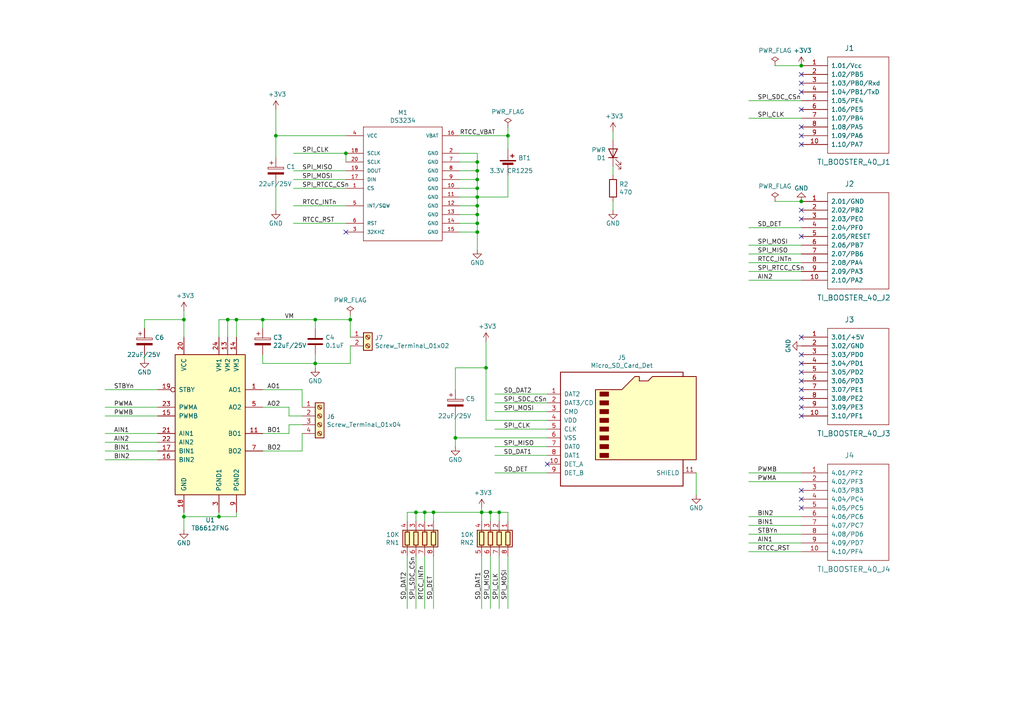
<source format=kicad_sch>
(kicad_sch (version 20230121) (generator eeschema)
  (paper "A4")
  (title_block (date "19 oct 2012"))
  (lib_symbols
    (symbol "Connector:Screw_Terminal_01x02" (pin_names (offset 1.016) hide)
      (property "Reference" "J" (at 0 2.54 0))
      (property "Value" "Screw_Terminal_01x02" (at 0 -5.08 0))
      (symbol "Screw_Terminal_01x02_1_1"
        (rectangle (start -1.27 1.27) (end 1.27 -3.81) (stroke (width 0.254)) (fill (type background)))
        (circle (center 0 -2.54) (radius 0.635) (stroke (width 0.1524)))
        (polyline (pts (xy -0.5334 -2.2098) (xy 0.3302 -3.048)) (stroke (width 0.1524)))
        (polyline (pts (xy -0.5334 0.3302) (xy 0.3302 -0.508)) (stroke (width 0.1524)))
        (polyline (pts (xy -0.3556 -2.032) (xy 0.508 -2.8702)) (stroke (width 0.1524)))
        (polyline (pts (xy -0.3556 0.508) (xy 0.508 -0.3302)) (stroke (width 0.1524)))
        (circle (center 0 0) (radius 0.635) (stroke (width 0.1524)))
        (pin passive line (at -5.08 0 0) (length 3.81) (name "Pin_1") (number "1"))
        (pin passive line (at -5.08 -2.54 0) (length 3.81) (name "Pin_2") (number "2"))
      )
    )
    (symbol "Connector:Screw_Terminal_01x04" (pin_names (offset 1.016) hide)
      (property "Reference" "J" (at 0 5.08 0))
      (property "Value" "Screw_Terminal_01x04" (at 0 -7.62 0))
      (symbol "Screw_Terminal_01x04_1_1"
        (rectangle (start -1.27 3.81) (end 1.27 -6.35) (stroke (width 0.254)) (fill (type background)))
        (circle (center 0 -5.08) (radius 0.635) (stroke (width 0.1524)))
        (circle (center 0 -2.54) (radius 0.635) (stroke (width 0.1524)))
        (polyline (pts (xy -0.5334 -4.7498) (xy 0.3302 -5.588)) (stroke (width 0.1524)))
        (polyline (pts (xy -0.5334 -2.2098) (xy 0.3302 -3.048)) (stroke (width 0.1524)))
        (polyline (pts (xy -0.5334 0.3302) (xy 0.3302 -0.508)) (stroke (width 0.1524)))
        (polyline (pts (xy -0.5334 2.8702) (xy 0.3302 2.032)) (stroke (width 0.1524)))
        (polyline (pts (xy -0.3556 -4.572) (xy 0.508 -5.4102)) (stroke (width 0.1524)))
        (polyline (pts (xy -0.3556 -2.032) (xy 0.508 -2.8702)) (stroke (width 0.1524)))
        (polyline (pts (xy -0.3556 0.508) (xy 0.508 -0.3302)) (stroke (width 0.1524)))
        (polyline (pts (xy -0.3556 3.048) (xy 0.508 2.2098)) (stroke (width 0.1524)))
        (circle (center 0 0) (radius 0.635) (stroke (width 0.1524)))
        (circle (center 0 2.54) (radius 0.635) (stroke (width 0.1524)))
        (pin passive line (at -5.08 2.54 0) (length 3.81) (name "Pin_1") (number "1"))
        (pin passive line (at -5.08 0 0) (length 3.81) (name "Pin_2") (number "2"))
        (pin passive line (at -5.08 -2.54 0) (length 3.81) (name "Pin_3") (number "3"))
        (pin passive line (at -5.08 -5.08 0) (length 3.81) (name "Pin_4") (number "4"))
      )
    )
    (symbol "Device:Battery_Cell" (pin_numbers hide) (pin_names (offset 0) hide)
      (property "Reference" "BT" (at 2.54 2.54 0))
      (property "Value" "Battery_Cell" (at 2.54 0 0))
      (symbol "Battery_Cell_0_1"
        (rectangle (start -2.286 1.778) (end 2.286 1.524) (fill (type outline)))
        (rectangle (start -1.524 1.016) (end 1.524 0.508) (fill (type outline)))
        (polyline (pts (xy 0 0.762) (xy 0 0)))
        (polyline (pts (xy 0 1.778) (xy 0 2.54)))
        (polyline (pts (xy 0.762 3.048) (xy 1.778 3.048)) (stroke (width 0.254)))
        (polyline (pts (xy 1.27 3.556) (xy 1.27 2.54)) (stroke (width 0.254)))
      )
      (symbol "Battery_Cell_1_1"
        (pin passive line (at 0 5.08 270) (length 2.54) (name "+") (number "1"))
        (pin passive line (at 0 -2.54 90) (length 2.54) (name "-") (number "2"))
      )
    )
    (symbol "Device:C" (pin_numbers hide) (pin_names (offset 0.254))
      (property "Reference" "C" (at 0.635 2.54 0))
      (property "Value" "C" (at 0.635 -2.54 0))
      (symbol "C_0_1"
        (polyline (pts (xy -2.032 -0.762) (xy 2.032 -0.762)) (stroke (width 0.508)))
        (polyline (pts (xy -2.032 0.762) (xy 2.032 0.762)) (stroke (width 0.508)))
      )
      (symbol "C_1_1"
        (pin passive line (at 0 3.81 270) (length 2.794) (name "~") (number "1"))
        (pin passive line (at 0 -3.81 90) (length 2.794) (name "~") (number "2"))
      )
    )
    (symbol "Device:LED" (pin_numbers hide) (pin_names (offset 1.016) hide)
      (property "Reference" "D" (at 0 2.54 0))
      (property "Value" "LED" (at 0 -2.54 0))
      (symbol "LED_0_1"
        (polyline (pts (xy -1.27 -1.27) (xy -1.27 1.27)) (stroke (width 0.254)))
        (polyline (pts (xy -1.27 0) (xy 1.27 0)))
        (polyline (pts (xy 1.27 -1.27) (xy 1.27 1.27) (xy -1.27 0) (xy 1.27 -1.27)) (stroke (width 0.254)))
        (polyline (pts (xy -3.048 -0.762) (xy -4.572 -2.286) (xy -3.81 -2.286) (xy -4.572 -2.286) (xy -4.572 -1.524)))
        (polyline (pts (xy -1.778 -0.762) (xy -3.302 -2.286) (xy -2.54 -2.286) (xy -3.302 -2.286) (xy -3.302 -1.524)))
      )
      (symbol "LED_1_1"
        (pin passive line (at -3.81 0 0) (length 2.54) (name "K") (number "1"))
        (pin passive line (at 3.81 0 180) (length 2.54) (name "A") (number "2"))
      )
    )
    (symbol "Device:R" (pin_numbers hide) (pin_names (offset 0))
      (property "Reference" "R" (at 2.032 0 90))
      (property "Value" "R" (at 0 0 90))
      (symbol "R_0_1"
        (rectangle (start -1.016 -2.54) (end 1.016 2.54) (stroke (width 0.254)))
      )
      (symbol "R_1_1"
        (pin passive line (at 0 3.81 270) (length 1.27) (name "~") (number "1"))
        (pin passive line (at 0 -3.81 90) (length 1.27) (name "~") (number "2"))
      )
    )
    (symbol "Device:R_Pack04" (pin_names (offset 0) hide)
      (property "Reference" "RN" (at -7.62 0 90))
      (property "Value" "R_Pack04" (at 5.08 0 90))
      (symbol "R_Pack04_0_1"
        (rectangle (start -6.35 -2.413) (end 3.81 2.413) (stroke (width 0.254)) (fill (type background)))
        (rectangle (start -5.715 1.905) (end -4.445 -1.905) (stroke (width 0.254)))
        (rectangle (start -3.175 1.905) (end -1.905 -1.905) (stroke (width 0.254)))
        (rectangle (start -0.635 1.905) (end 0.635 -1.905) (stroke (width 0.254)))
        (polyline (pts (xy -5.08 -2.54) (xy -5.08 -1.905)))
        (polyline (pts (xy -5.08 1.905) (xy -5.08 2.54)))
        (polyline (pts (xy -2.54 -2.54) (xy -2.54 -1.905)))
        (polyline (pts (xy -2.54 1.905) (xy -2.54 2.54)))
        (polyline (pts (xy 0 -2.54) (xy 0 -1.905)))
        (polyline (pts (xy 0 1.905) (xy 0 2.54)))
        (polyline (pts (xy 2.54 -2.54) (xy 2.54 -1.905)))
        (polyline (pts (xy 2.54 1.905) (xy 2.54 2.54)))
        (rectangle (start 1.905 1.905) (end 3.175 -1.905) (stroke (width 0.254)))
      )
      (symbol "R_Pack04_1_1"
        (pin passive line (at -5.08 -5.08 90) (length 2.54) (name "R1.1") (number "1"))
        (pin passive line (at -2.54 -5.08 90) (length 2.54) (name "R2.1") (number "2"))
        (pin passive line (at 0 -5.08 90) (length 2.54) (name "R3.1") (number "3"))
        (pin passive line (at 2.54 -5.08 90) (length 2.54) (name "R4.1") (number "4"))
        (pin passive line (at 2.54 5.08 270) (length 2.54) (name "R4.2") (number "5"))
        (pin passive line (at 0 5.08 270) (length 2.54) (name "R3.2") (number "6"))
        (pin passive line (at -2.54 5.08 270) (length 2.54) (name "R2.2") (number "7"))
        (pin passive line (at -5.08 5.08 270) (length 2.54) (name "R1.2") (number "8"))
      )
    )
    (symbol "Driver_Motor:TB6612FNG" (pin_names (offset 1.016))
      (property "Reference" "U" (at 11.43 17.78 0))
      (property "Value" "TB6612FNG" (at 11.43 15.24 0))
      (symbol "TB6612FNG_0_1"
        (rectangle (start -10.16 20.32) (end 10.16 -20.32) (stroke (width 0.254)) (fill (type background)))
      )
      (symbol "TB6612FNG_1_1"
        (pin output line (at 15.24 10.16 180) (length 5.08) (name "AO1") (number "1"))
        (pin passive line (at 7.62 -25.4 90) (length 5.08) hide (name "PGND2") (number "10"))
        (pin output line (at 15.24 -2.54 180) (length 5.08) (name "BO1") (number "11"))
        (pin passive line (at 15.24 -2.54 180) (length 5.08) hide (name "BO1") (number "12"))
        (pin power_in line (at 5.08 25.4 270) (length 5.08) (name "VM2") (number "13"))
        (pin power_in line (at 7.62 25.4 270) (length 5.08) (name "VM3") (number "14"))
        (pin input line (at -15.24 2.54 0) (length 5.08) (name "PWMB") (number "15"))
        (pin input line (at -15.24 -10.16 0) (length 5.08) (name "BIN2") (number "16"))
        (pin input line (at -15.24 -7.62 0) (length 5.08) (name "BIN1") (number "17"))
        (pin power_in line (at -7.62 -25.4 90) (length 5.08) (name "GND") (number "18"))
        (pin input inverted (at -15.24 10.16 0) (length 5.08) (name "STBY") (number "19"))
        (pin passive line (at 15.24 10.16 180) (length 5.08) hide (name "AO1") (number "2"))
        (pin power_in line (at -7.62 25.4 270) (length 5.08) (name "VCC") (number "20"))
        (pin input line (at -15.24 -2.54 0) (length 5.08) (name "AIN1") (number "21"))
        (pin input line (at -15.24 -5.08 0) (length 5.08) (name "AIN2") (number "22"))
        (pin input line (at -15.24 5.08 0) (length 5.08) (name "PWMA") (number "23"))
        (pin power_in line (at 2.54 25.4 270) (length 5.08) (name "VM1") (number "24"))
        (pin power_in line (at 2.54 -25.4 90) (length 5.08) (name "PGND1") (number "3"))
        (pin passive line (at 2.54 -25.4 90) (length 5.08) hide (name "PGND1") (number "4"))
        (pin output line (at 15.24 5.08 180) (length 5.08) (name "AO2") (number "5"))
        (pin passive line (at 15.24 5.08 180) (length 5.08) hide (name "AO2") (number "6"))
        (pin output line (at 15.24 -7.62 180) (length 5.08) (name "BO2") (number "7"))
        (pin passive line (at 15.24 -7.62 180) (length 5.08) hide (name "BO2") (number "8"))
        (pin power_in line (at 7.62 -25.4 90) (length 5.08) (name "PGND2") (number "9"))
      )
    )
    (symbol "boosterpack:Ti_Booster_40_J1" (pin_names (offset 1.016))
      (property "Reference" "J" (at -1.27 16.51 0))
      (property "Value" "Ti_Booster_40_J1" (at 0 -16.51 0))
      (symbol "Ti_Booster_40_J1_0_1"
        (rectangle (start -7.62 13.97) (end 10.16 -13.97))
      )
      (symbol "Ti_Booster_40_J1_1_1"
        (pin power_in line (at -15.24 11.43 0) (length 7.62) (name "1.01/Vcc") (number "1"))
        (pin bidirectional line (at -15.24 -11.43 0) (length 7.62) (name "1.10/PA7") (number "10"))
        (pin bidirectional line (at -15.24 8.89 0) (length 7.62) (name "1.02/PB5") (number "2"))
        (pin bidirectional line (at -15.24 6.35 0) (length 7.62) (name "1.03/PB0/Rxd") (number "3"))
        (pin bidirectional line (at -15.24 3.81 0) (length 7.62) (name "1.04/PB1/TxD") (number "4"))
        (pin bidirectional line (at -15.24 1.27 0) (length 7.62) (name "1.05/PE4") (number "5"))
        (pin bidirectional line (at -15.24 -1.27 0) (length 7.62) (name "1.06/PE5") (number "6"))
        (pin bidirectional line (at -15.24 -3.81 0) (length 7.62) (name "1.07/PB4") (number "7"))
        (pin bidirectional line (at -15.24 -6.35 0) (length 7.62) (name "1.08/PA5") (number "8"))
        (pin bidirectional line (at -15.24 -8.89 0) (length 7.62) (name "1.09/PA6") (number "9"))
      )
    )
    (symbol "boosterpack:Ti_Booster_40_J2" (pin_names (offset 1.016))
      (property "Reference" "J" (at -1.27 16.51 0))
      (property "Value" "Ti_Booster_40_J2" (at 0 -16.51 0))
      (symbol "Ti_Booster_40_J2_0_1"
        (rectangle (start -7.62 13.97) (end 10.16 -13.97))
      )
      (symbol "Ti_Booster_40_J2_1_1"
        (pin power_in line (at -15.24 11.43 0) (length 7.62) (name "2.01/GND") (number "1"))
        (pin bidirectional line (at -15.24 -11.43 0) (length 7.62) (name "2.10/PA2") (number "10"))
        (pin bidirectional line (at -15.24 8.89 0) (length 7.62) (name "2.02/PB2") (number "2"))
        (pin bidirectional line (at -15.24 6.35 0) (length 7.62) (name "2.03/PE0") (number "3"))
        (pin bidirectional line (at -15.24 3.81 0) (length 7.62) (name "2.04/PF0") (number "4"))
        (pin bidirectional line (at -15.24 1.27 0) (length 7.62) (name "2.05/RESET") (number "5"))
        (pin bidirectional line (at -15.24 -1.27 0) (length 7.62) (name "2.06/PB7") (number "6"))
        (pin bidirectional line (at -15.24 -3.81 0) (length 7.62) (name "2.07/PB6") (number "7"))
        (pin bidirectional line (at -15.24 -6.35 0) (length 7.62) (name "2.08/PA4") (number "8"))
        (pin bidirectional line (at -15.24 -8.89 0) (length 7.62) (name "2.09/PA3") (number "9"))
      )
    )
    (symbol "boosterpack:Ti_Booster_40_J3" (pin_names (offset 1.016))
      (property "Reference" "J" (at -1.27 16.51 0))
      (property "Value" "Ti_Booster_40_J3" (at 0 -16.51 0))
      (symbol "Ti_Booster_40_J3_0_1"
        (rectangle (start -7.62 13.97) (end 10.16 -13.97))
      )
      (symbol "Ti_Booster_40_J3_1_1"
        (pin power_in line (at -15.24 11.43 0) (length 7.62) (name "3.01/+5V") (number "1"))
        (pin bidirectional line (at -15.24 -11.43 0) (length 7.62) (name "3.10/PF1") (number "10"))
        (pin power_in line (at -15.24 8.89 0) (length 7.62) (name "3.02/GND") (number "2"))
        (pin bidirectional line (at -15.24 6.35 0) (length 7.62) (name "3.03/PD0") (number "3"))
        (pin bidirectional line (at -15.24 3.81 0) (length 7.62) (name "3.04/PD1") (number "4"))
        (pin bidirectional line (at -15.24 1.27 0) (length 7.62) (name "3.05/PD2") (number "5"))
        (pin bidirectional line (at -15.24 -1.27 0) (length 7.62) (name "3.06/PD3") (number "6"))
        (pin bidirectional line (at -15.24 -3.81 0) (length 7.62) (name "3.07/PE1") (number "7"))
        (pin bidirectional line (at -15.24 -6.35 0) (length 7.62) (name "3.08/PE2") (number "8"))
        (pin bidirectional line (at -15.24 -8.89 0) (length 7.62) (name "3.09/PE3") (number "9"))
      )
    )
    (symbol "boosterpack:Ti_Booster_40_J4" (pin_names (offset 1.016))
      (property "Reference" "J" (at -1.27 16.51 0))
      (property "Value" "Ti_Booster_40_J4" (at 0 -16.51 0))
      (symbol "Ti_Booster_40_J4_0_1"
        (rectangle (start -7.62 13.97) (end 10.16 -13.97))
      )
      (symbol "Ti_Booster_40_J4_1_1"
        (pin bidirectional line (at -15.24 11.43 0) (length 7.62) (name "4.01/PF2") (number "1"))
        (pin bidirectional line (at -15.24 -11.43 0) (length 7.62) (name "4.10/PF4") (number "10"))
        (pin bidirectional line (at -15.24 8.89 0) (length 7.62) (name "4.02/PF3") (number "2"))
        (pin bidirectional line (at -15.24 6.35 0) (length 7.62) (name "4.03/PB3") (number "3"))
        (pin bidirectional line (at -15.24 3.81 0) (length 7.62) (name "4.04/PC4") (number "4"))
        (pin bidirectional line (at -15.24 1.27 0) (length 7.62) (name "4.05/PC5") (number "5"))
        (pin bidirectional line (at -15.24 -1.27 0) (length 7.62) (name "4.06/PC6") (number "6"))
        (pin bidirectional line (at -15.24 -3.81 0) (length 7.62) (name "4.07/PC7") (number "7"))
        (pin bidirectional line (at -15.24 -6.35 0) (length 7.62) (name "4.08/PD6") (number "8"))
        (pin bidirectional line (at -15.24 -8.89 0) (length 7.62) (name "4.09/PD7") (number "9"))
      )
    )
    (symbol "power:GND" (power) (pin_names (offset 0))
      (property "Value" "GND" (at 0 -3.81 0))
      (symbol "GND_0_1"
        (polyline (pts (xy 0 0) (xy 0 -1.27) (xy 1.27 -1.27) (xy 0 -2.54) (xy -1.27 -1.27) (xy 0 -1.27)))
      )
      (symbol "GND_1_1"
        (pin power_in line (at 0 0 270) (length 0) hide (name "GND") (number "1"))
      )
    )
    (symbol "power:PWR_FLAG" (power) (pin_numbers hide) (pin_names (offset 0) hide)
      (property "Value" "PWR_FLAG" (at 0 3.81 0))
      (symbol "PWR_FLAG_0_0"
        (pin power_out line (at 0 0 90) (length 0) (name "pwr") (number "1"))
      )
      (symbol "PWR_FLAG_0_1"
        (polyline (pts (xy 0 0) (xy 0 1.27) (xy -1.016 1.905) (xy 0 2.54) (xy 1.016 1.905) (xy 0 1.27)))
      )
    )
    (symbol "rtcc_boosterpack-rescue:+3.3V-power" (power) (pin_names (offset 0))
      (property "Value" "+3.3V-power" (at 0 3.556 0))
      (symbol "+3.3V-power_0_1"
        (polyline (pts (xy -0.762 1.27) (xy 0 2.54)))
        (polyline (pts (xy 0 0) (xy 0 2.54)))
        (polyline (pts (xy 0 2.54) (xy 0.762 1.27)))
      )
      (symbol "+3.3V-power_1_1"
        (pin power_in line (at 0 0 90) (length 0) hide (name "+3V3") (number "1"))
      )
    )
    (symbol "rtcc_boosterpack-rescue:CP-Device" (pin_numbers hide) (pin_names (offset 0.254))
      (property "Reference" "C" (at 0.635 2.54 0))
      (property "Value" "Device_CP" (at 0.635 -2.54 0))
      (symbol "CP-Device_0_1"
        (rectangle (start -2.286 0.508) (end 2.286 1.016))
        (polyline (pts (xy -1.778 2.286) (xy -0.762 2.286)))
        (polyline (pts (xy -1.27 2.794) (xy -1.27 1.778)))
        (rectangle (start 2.286 -0.508) (end -2.286 -1.016) (fill (type outline)))
      )
      (symbol "CP-Device_1_1"
        (pin passive line (at 0 3.81 270) (length 2.794) (name "~") (number "1"))
        (pin passive line (at 0 -3.81 90) (length 2.794) (name "~") (number "2"))
      )
    )
    (symbol "rtcc_boosterpack-rescue:DS3234-SparkFun-FreqCtrl" (pin_names (offset 1.016))
      (property "Reference" "M" (at -9.144 15.494 0))
      (property "Value" "SparkFun-FreqCtrl_DS3234" (at -9.398 -20.066 0))
      (symbol "DS3234-SparkFun-FreqCtrl_1_0"
        (polyline (pts (xy -10.16 -17.78) (xy 12.7 -17.78)))
        (polyline (pts (xy -10.16 15.24) (xy -10.16 -17.78)))
        (polyline (pts (xy 12.7 -17.78) (xy 12.7 15.24)))
        (polyline (pts (xy 12.7 15.24) (xy -10.16 15.24)))
      )
      (symbol "DS3234-SparkFun-FreqCtrl_1_1"
        (pin input line (at -15.24 -2.54 0) (length 5.08) (name "CS") (number "1"))
        (pin power_in line (at 17.78 -2.54 180) (length 5.08) (name "GND") (number "10"))
        (pin power_in line (at 17.78 -5.08 180) (length 5.08) (name "GND") (number "11"))
        (pin power_in line (at 17.78 -7.62 180) (length 5.08) (name "GND") (number "12"))
        (pin power_in line (at 17.78 -10.16 180) (length 5.08) (name "GND") (number "13"))
        (pin power_in line (at 17.78 -12.7 180) (length 5.08) (name "GND") (number "14"))
        (pin power_in line (at 17.78 -15.24 180) (length 5.08) (name "GND") (number "15"))
        (pin power_in line (at 17.78 12.7 180) (length 5.08) (name "VBAT") (number "16"))
        (pin input line (at -15.24 0 0) (length 5.08) (name "DIN") (number "17"))
        (pin input line (at -15.24 7.62 0) (length 5.08) (name "SCLK") (number "18"))
        (pin output line (at -15.24 2.54 0) (length 5.08) (name "DOUT") (number "19"))
        (pin power_in line (at 17.78 7.62 180) (length 5.08) (name "GND") (number "2"))
        (pin input line (at -15.24 5.08 0) (length 5.08) (name "SCLK") (number "20"))
        (pin output line (at -15.24 -15.24 0) (length 5.08) (name "32KHZ") (number "3"))
        (pin power_in line (at -15.24 12.7 0) (length 5.08) (name "VCC") (number "4"))
        (pin open_collector line (at -15.24 -7.62 0) (length 5.08) (name "INT/SQW") (number "5"))
        (pin input line (at -15.24 -12.7 0) (length 5.08) (name "RST") (number "6"))
        (pin power_in line (at 17.78 5.08 180) (length 5.08) (name "GND") (number "7"))
        (pin power_in line (at 17.78 2.54 180) (length 5.08) (name "GND") (number "8"))
        (pin power_in line (at 17.78 0 180) (length 5.08) (name "GND") (number "9"))
      )
    )
    (symbol "rtcc_boosterpack-rescue:Micro_SD_Card_Det-Connector" (pin_names (offset 1.016))
      (property "Reference" "J" (at -16.51 17.78 0))
      (property "Value" "Connector_Micro_SD_Card_Det" (at 16.51 17.78 0))
      (symbol "Micro_SD_Card_Det-Connector_0_1"
        (rectangle (start -7.62 -6.985) (end -5.08 -8.255) (fill (type outline)))
        (rectangle (start -7.62 -4.445) (end -5.08 -5.715) (fill (type outline)))
        (rectangle (start -7.62 -1.905) (end -5.08 -3.175) (fill (type outline)))
        (rectangle (start -7.62 0.635) (end -5.08 -0.635) (fill (type outline)))
        (rectangle (start -7.62 3.175) (end -5.08 1.905) (fill (type outline)))
        (rectangle (start -7.62 5.715) (end -5.08 4.445) (fill (type outline)))
        (rectangle (start -7.62 8.255) (end -5.08 6.985) (fill (type outline)))
        (rectangle (start -7.62 10.795) (end -5.08 9.525) (fill (type outline)))
        (polyline (pts (xy 16.51 15.24) (xy 16.51 16.51) (xy -19.05 16.51) (xy -19.05 -16.51) (xy 16.51 -16.51) (xy 16.51 -8.89)) (stroke (width 0.254)))
        (polyline (pts (xy -8.89 -8.89) (xy -8.89 11.43) (xy -1.27 11.43) (xy 2.54 15.24) (xy 3.81 15.24) (xy 3.81 13.97) (xy 6.35 13.97) (xy 7.62 15.24) (xy 20.32 15.24) (xy 20.32 -8.89) (xy -8.89 -8.89)) (stroke (width 0.254)) (fill (type background)))
      )
      (symbol "Micro_SD_Card_Det-Connector_1_1"
        (pin bidirectional line (at -22.86 10.16 0) (length 3.81) (name "DAT2") (number "1"))
        (pin passive line (at -22.86 -10.16 0) (length 3.81) (name "DET_A") (number "10"))
        (pin passive line (at 20.32 -12.7 180) (length 3.81) (name "SHIELD") (number "11"))
        (pin bidirectional line (at -22.86 7.62 0) (length 3.81) (name "DAT3/CD") (number "2"))
        (pin input line (at -22.86 5.08 0) (length 3.81) (name "CMD") (number "3"))
        (pin power_in line (at -22.86 2.54 0) (length 3.81) (name "VDD") (number "4"))
        (pin input line (at -22.86 0 0) (length 3.81) (name "CLK") (number "5"))
        (pin power_in line (at -22.86 -2.54 0) (length 3.81) (name "VSS") (number "6"))
        (pin bidirectional line (at -22.86 -5.08 0) (length 3.81) (name "DAT0") (number "7"))
        (pin bidirectional line (at -22.86 -7.62 0) (length 3.81) (name "DAT1") (number "8"))
        (pin passive line (at -22.86 -12.7 0) (length 3.81) (name "DET_B") (number "9"))
      )
    )
  )
  (junction (at 66.04 92.71))
  (junction (at 140.97 106.68))
  (junction (at 138.43 52.07))
  (junction (at 53.34 92.71))
  (junction (at 68.58 92.71))
  (junction (at 91.44 92.71))
  (junction (at 76.2 92.71))
  (junction (at 232.41 19.05))
  (junction (at 138.43 59.69))
  (junction (at 139.7 148.59))
  (junction (at 101.6 92.71))
  (junction (at 100.33 44.45))
  (junction (at 132.08 127))
  (junction (at 120.65 148.59))
  (junction (at 138.43 57.15))
  (junction (at 80.01 39.37))
  (junction (at 232.41 58.42))
  (junction (at 147.32 39.37))
  (junction (at 138.43 49.53))
  (junction (at 138.43 54.61))
  (junction (at 125.73 148.59))
  (junction (at 138.43 62.23))
  (junction (at 144.78 148.59))
  (junction (at 123.19 148.59))
  (junction (at 63.5 149.86))
  (junction (at 138.43 64.77))
  (junction (at 53.34 149.86))
  (junction (at 91.44 105.41))
  (junction (at 138.43 46.99))
  (junction (at 142.24 148.59))
  (junction (at 138.43 67.31))
  (no_connect (at 232.41 142.24))
  (no_connect (at 100.33 67.31))
  (no_connect (at 232.41 107.95))
  (no_connect (at 232.41 60.96))
  (no_connect (at 232.41 68.58))
  (no_connect (at 232.41 24.13))
  (no_connect (at 232.41 113.03))
  (no_connect (at 232.41 105.41))
  (no_connect (at 232.41 21.59))
  (no_connect (at 232.41 144.78))
  (no_connect (at 232.41 63.5))
  (no_connect (at 158.75 134.62))
  (no_connect (at 232.41 39.37))
  (no_connect (at 232.41 102.87))
  (no_connect (at 232.41 118.11))
  (no_connect (at 232.41 31.75))
  (no_connect (at 232.41 147.32))
  (no_connect (at 232.41 36.83))
  (no_connect (at 232.41 97.79))
  (no_connect (at 232.41 110.49))
  (no_connect (at 232.41 115.57))
  (no_connect (at 232.41 41.91))
  (no_connect (at 232.41 120.65))
  (no_connect (at 232.41 26.67))
  (wire (pts (xy 147.32 161.29) (xy 147.32 176.53)))
  (wire (pts (xy 100.33 64.77) (xy 85.09 64.77)))
  (wire (pts (xy 133.35 52.07) (xy 138.43 52.07)))
  (wire (pts (xy 133.35 54.61) (xy 138.43 54.61)))
  (wire (pts (xy 45.72 125.73) (xy 30.48 125.73)))
  (wire (pts (xy 68.58 92.71) (xy 68.58 97.79)))
  (wire (pts (xy 91.44 92.71) (xy 91.44 95.25)))
  (wire (pts (xy 68.58 92.71) (xy 66.04 92.71)))
  (wire (pts (xy 85.09 59.69) (xy 100.33 59.69)))
  (wire (pts (xy 224.79 19.05) (xy 232.41 19.05)))
  (wire (pts (xy 53.34 149.86) (xy 53.34 153.67)))
  (wire (pts (xy 53.34 92.71) (xy 53.34 97.79)))
  (wire (pts (xy 138.43 67.31) (xy 138.43 72.39)))
  (wire (pts (xy 232.41 137.16) (xy 217.17 137.16)))
  (wire (pts (xy 232.41 160.02) (xy 217.17 160.02)))
  (wire (pts (xy 100.33 54.61) (xy 85.09 54.61)))
  (wire (pts (xy 100.33 46.99) (xy 100.33 44.45)))
  (wire (pts (xy 224.79 58.42) (xy 232.41 58.42)))
  (wire (pts (xy 118.11 148.59) (xy 120.65 148.59)))
  (wire (pts (xy 87.63 118.11) (xy 87.63 113.03)))
  (wire (pts (xy 45.72 113.03) (xy 30.48 113.03)))
  (wire (pts (xy 100.33 49.53) (xy 85.09 49.53)))
  (wire (pts (xy 139.7 161.29) (xy 139.7 176.53)))
  (wire (pts (xy 120.65 148.59) (xy 120.65 151.13)))
  (wire (pts (xy 125.73 161.29) (xy 125.73 176.53)))
  (wire (pts (xy 177.8 48.26) (xy 177.8 50.8)))
  (wire (pts (xy 83.82 120.65) (xy 87.63 120.65)))
  (wire (pts (xy 138.43 54.61) (xy 138.43 57.15)))
  (wire (pts (xy 101.6 92.71) (xy 101.6 97.79)))
  (wire (pts (xy 139.7 151.13) (xy 139.7 148.59)))
  (wire (pts (xy 76.2 92.71) (xy 76.2 95.25)))
  (wire (pts (xy 45.72 120.65) (xy 30.48 120.65)))
  (wire (pts (xy 91.44 102.87) (xy 91.44 105.41)))
  (wire (pts (xy 101.6 100.33) (xy 101.6 105.41)))
  (wire (pts (xy 45.72 118.11) (xy 30.48 118.11)))
  (wire (pts (xy 83.82 123.19) (xy 87.63 123.19)))
  (wire (pts (xy 45.72 133.35) (xy 30.48 133.35)))
  (wire (pts (xy 133.35 44.45) (xy 138.43 44.45)))
  (wire (pts (xy 118.11 151.13) (xy 118.11 148.59)))
  (wire (pts (xy 147.32 39.37) (xy 133.35 39.37)))
  (wire (pts (xy 132.08 120.65) (xy 132.08 127)))
  (wire (pts (xy 138.43 49.53) (xy 138.43 52.07)))
  (wire (pts (xy 41.91 92.71) (xy 41.91 95.25)))
  (wire (pts (xy 144.78 161.29) (xy 144.78 176.53)))
  (wire (pts (xy 232.41 71.12) (xy 217.17 71.12)))
  (wire (pts (xy 143.51 132.08) (xy 158.75 132.08)))
  (wire (pts (xy 144.78 148.59) (xy 144.78 151.13)))
  (wire (pts (xy 80.01 39.37) (xy 80.01 31.75)))
  (wire (pts (xy 138.43 64.77) (xy 138.43 67.31)))
  (wire (pts (xy 139.7 147.32) (xy 139.7 148.59)))
  (wire (pts (xy 138.43 44.45) (xy 138.43 46.99)))
  (wire (pts (xy 53.34 92.71) (xy 41.91 92.71)))
  (wire (pts (xy 147.32 36.83) (xy 147.32 39.37)))
  (wire (pts (xy 125.73 148.59) (xy 123.19 148.59)))
  (wire (pts (xy 147.32 148.59) (xy 147.32 151.13)))
  (wire (pts (xy 83.82 125.73) (xy 83.82 123.19)))
  (wire (pts (xy 232.41 139.7) (xy 217.17 139.7)))
  (wire (pts (xy 177.8 58.42) (xy 177.8 60.96)))
  (wire (pts (xy 125.73 151.13) (xy 125.73 148.59)))
  (wire (pts (xy 143.51 114.3) (xy 158.75 114.3)))
  (wire (pts (xy 232.41 78.74) (xy 217.17 78.74)))
  (wire (pts (xy 76.2 92.71) (xy 68.58 92.71)))
  (wire (pts (xy 63.5 149.86) (xy 53.34 149.86)))
  (wire (pts (xy 140.97 121.92) (xy 158.75 121.92)))
  (wire (pts (xy 158.75 124.46) (xy 143.51 124.46)))
  (wire (pts (xy 147.32 50.8) (xy 147.32 57.15)))
  (wire (pts (xy 76.2 92.71) (xy 91.44 92.71)))
  (wire (pts (xy 147.32 43.18) (xy 147.32 39.37)))
  (wire (pts (xy 133.35 67.31) (xy 138.43 67.31)))
  (wire (pts (xy 63.5 92.71) (xy 63.5 97.79)))
  (wire (pts (xy 80.01 39.37) (xy 100.33 39.37)))
  (wire (pts (xy 147.32 57.15) (xy 138.43 57.15)))
  (wire (pts (xy 123.19 161.29) (xy 123.19 176.53)))
  (wire (pts (xy 63.5 148.59) (xy 63.5 149.86)))
  (wire (pts (xy 91.44 92.71) (xy 101.6 92.71)))
  (wire (pts (xy 132.08 127) (xy 132.08 129.54)))
  (wire (pts (xy 132.08 106.68) (xy 140.97 106.68)))
  (wire (pts (xy 87.63 125.73) (xy 87.63 130.81)))
  (wire (pts (xy 232.41 149.86) (xy 217.17 149.86)))
  (wire (pts (xy 76.2 130.81) (xy 87.63 130.81)))
  (wire (pts (xy 53.34 92.71) (xy 53.34 90.17)))
  (wire (pts (xy 158.75 119.38) (xy 143.51 119.38)))
  (wire (pts (xy 138.43 52.07) (xy 138.43 54.61)))
  (wire (pts (xy 232.41 73.66) (xy 217.17 73.66)))
  (wire (pts (xy 142.24 161.29) (xy 142.24 176.53)))
  (wire (pts (xy 133.35 49.53) (xy 138.43 49.53)))
  (wire (pts (xy 138.43 46.99) (xy 138.43 49.53)))
  (wire (pts (xy 133.35 64.77) (xy 138.43 64.77)))
  (wire (pts (xy 232.41 66.04) (xy 217.17 66.04)))
  (wire (pts (xy 232.41 157.48) (xy 217.17 157.48)))
  (wire (pts (xy 41.91 102.87) (xy 41.91 104.14)))
  (wire (pts (xy 138.43 62.23) (xy 138.43 64.77)))
  (wire (pts (xy 68.58 148.59) (xy 68.58 149.86)))
  (wire (pts (xy 232.41 154.94) (xy 217.17 154.94)))
  (wire (pts (xy 132.08 113.03) (xy 132.08 106.68)))
  (wire (pts (xy 142.24 148.59) (xy 144.78 148.59)))
  (wire (pts (xy 139.7 148.59) (xy 142.24 148.59)))
  (wire (pts (xy 68.58 149.86) (xy 63.5 149.86)))
  (wire (pts (xy 123.19 148.59) (xy 123.19 151.13)))
  (wire (pts (xy 80.01 39.37) (xy 80.01 45.72)))
  (wire (pts (xy 45.72 128.27) (xy 30.48 128.27)))
  (wire (pts (xy 201.93 137.16) (xy 201.93 143.51)))
  (wire (pts (xy 83.82 118.11) (xy 83.82 120.65)))
  (wire (pts (xy 45.72 130.81) (xy 30.48 130.81)))
  (wire (pts (xy 53.34 149.86) (xy 53.34 148.59)))
  (wire (pts (xy 66.04 92.71) (xy 66.04 97.79)))
  (wire (pts (xy 158.75 129.54) (xy 143.51 129.54)))
  (wire (pts (xy 118.11 161.29) (xy 118.11 176.53)))
  (wire (pts (xy 158.75 116.84) (xy 143.51 116.84)))
  (wire (pts (xy 232.41 81.28) (xy 217.17 81.28)))
  (wire (pts (xy 232.41 76.2) (xy 217.17 76.2)))
  (wire (pts (xy 140.97 106.68) (xy 140.97 121.92)))
  (wire (pts (xy 66.04 92.71) (xy 63.5 92.71)))
  (wire (pts (xy 101.6 91.44) (xy 101.6 92.71)))
  (wire (pts (xy 132.08 127) (xy 158.75 127)))
  (wire (pts (xy 232.41 34.29) (xy 217.17 34.29)))
  (wire (pts (xy 133.35 62.23) (xy 138.43 62.23)))
  (wire (pts (xy 142.24 151.13) (xy 142.24 148.59)))
  (wire (pts (xy 177.8 38.1) (xy 177.8 40.64)))
  (wire (pts (xy 100.33 52.07) (xy 85.09 52.07)))
  (wire (pts (xy 138.43 59.69) (xy 138.43 62.23)))
  (wire (pts (xy 76.2 118.11) (xy 83.82 118.11)))
  (wire (pts (xy 133.35 46.99) (xy 138.43 46.99)))
  (wire (pts (xy 144.78 148.59) (xy 147.32 148.59)))
  (wire (pts (xy 232.41 29.21) (xy 217.17 29.21)))
  (wire (pts (xy 140.97 99.06) (xy 140.97 106.68)))
  (wire (pts (xy 138.43 57.15) (xy 138.43 59.69)))
  (wire (pts (xy 139.7 148.59) (xy 125.73 148.59)))
  (wire (pts (xy 85.09 44.45) (xy 100.33 44.45)))
  (wire (pts (xy 120.65 148.59) (xy 123.19 148.59)))
  (wire (pts (xy 76.2 125.73) (xy 83.82 125.73)))
  (wire (pts (xy 133.35 59.69) (xy 138.43 59.69)))
  (wire (pts (xy 232.41 152.4) (xy 217.17 152.4)))
  (wire (pts (xy 76.2 113.03) (xy 87.63 113.03)))
  (wire (pts (xy 120.65 161.29) (xy 120.65 176.53)))
  (wire (pts (xy 91.44 105.41) (xy 91.44 106.68)))
  (wire (pts (xy 76.2 102.87) (xy 76.2 105.41)))
  (wire (pts (xy 76.2 105.41) (xy 91.44 105.41)))
  (wire (pts (xy 133.35 57.15) (xy 138.43 57.15)))
  (wire (pts (xy 158.75 137.16) (xy 143.51 137.16)))
  (wire (pts (xy 101.6 105.41) (xy 91.44 105.41)))
  (wire (pts (xy 80.01 53.34) (xy 80.01 60.96)))
  (label "AIN1" (at 33.02 125.73 0))
  (label "BIN2" (at 33.02 133.35 0))
  (label "SPI_RTCC_CSn" (at 87.63 54.61 0))
  (label "AO2" (at 77.47 118.11 0))
  (label "SPI_MISO" (at 87.63 49.53 0))
  (label "RTCC_INTn" (at 219.71 76.2 0))
  (label "BO2" (at 77.47 130.81 0))
  (label "BIN1" (at 219.71 152.4 0))
  (label "BIN1" (at 33.02 130.81 0))
  (label "SD_DAT2" (at 146.05 114.3 0))
  (label "SPI_SDC_CSn" (at 219.71 29.21 0))
  (label "PWMA" (at 219.71 139.7 0))
  (label "PWMA" (at 33.02 118.11 0))
  (label "SPI_CLK" (at 219.71 34.29 0))
  (label "SPI_CLK" (at 146.05 124.46 0))
  (label "RTCC_RST" (at 87.63 64.77 0))
  (label "SD_DET" (at 125.73 173.99 90))
  (label "SPI_SDC_CSn" (at 120.65 173.99 90))
  (label "SPI_CLK" (at 144.78 173.99 90))
  (label "SPI_MISO" (at 146.05 129.54 0))
  (label "SD_DET" (at 219.71 66.04 0))
  (label "SD_DET" (at 146.05 137.16 0))
  (label "PWMB" (at 219.71 137.16 0))
  (label "SPI_CLK" (at 87.63 44.45 0))
  (label "SPI_MISO" (at 219.71 73.66 0))
  (label "AO1" (at 77.47 113.03 0))
  (label "PWMB" (at 33.02 120.65 0))
  (label "SPI_RTCC_CSn" (at 219.71 78.74 0))
  (label "BO1" (at 77.47 125.73 0))
  (label "SPI_MOSI" (at 147.32 173.99 90))
  (label "SPI_MISO" (at 142.24 173.99 90))
  (label "AIN1" (at 219.71 157.48 0))
  (label "RTCC_INTn" (at 87.63 59.69 0))
  (label "SD_DAT1" (at 146.05 132.08 0))
  (label "AIN2" (at 219.71 81.28 0))
  (label "SPI_MOSI" (at 219.71 71.12 0))
  (label "VM" (at 82.55 92.71 0))
  (label "RTCC_RST" (at 219.71 160.02 0))
  (label "RTCC_VBAT" (at 133.35 39.37 0))
  (label "SPI_MOSI" (at 146.05 119.38 0))
  (label "SD_DAT1" (at 139.7 173.99 90))
  (label "STBYn" (at 219.71 154.94 0))
  (label "RTCC_INTn" (at 123.19 173.99 90))
  (label "STBYn" (at 33.02 113.03 0))
  (label "AIN2" (at 33.02 128.27 0))
  (label "SD_DAT2" (at 118.11 173.99 90))
  (label "SPI_SDC_CSn" (at 146.05 116.84 0))
  (label "SPI_MOSI" (at 87.63 52.07 0))
  (label "BIN2" (at 219.71 149.86 0))
  (symbol (lib_id "power:GND") (at 232.41 58.42 180) (unit 1)
    (property "Reference" "#PWR01" (effects hide))
    (property "Value" "GND" (at 232.41 54.61 0))
  )
  (symbol (lib_id "boosterpack:Ti_Booster_40_J1") (at 247.65 30.48 0) (unit 1)
    (property "Reference" "J1" (at 246.38 13.97 0) (effects (font (size 1.524 1.524))))
    (property "Value" "TI_BOOSTER_40_J1" (at 247.65 46.99 0) (effects (font (size 1.524 1.524))))
    (property "Footprint" "Connector_PinHeader_2.54mm:PinHeader_1x10_P2.54mm_Vertical" (effects hide))
    (property "LCSC" "N/A" (effects hide))
  )
  (symbol (lib_id "boosterpack:Ti_Booster_40_J2") (at 247.65 69.85 0) (unit 1)
    (property "Reference" "J2" (at 246.38 53.34 0) (effects (font (size 1.524 1.524))))
    (property "Value" "TI_BOOSTER_40_J2" (at 247.65 86.36 0) (effects (font (size 1.524 1.524))))
    (property "Footprint" "Connector_PinHeader_2.54mm:PinHeader_1x10_P2.54mm_Vertical" (effects hide))
    (property "LCSC" "N/A" (effects hide))
  )
  (symbol (lib_id "boosterpack:Ti_Booster_40_J3") (at 247.65 109.22 0) (unit 1)
    (property "Reference" "J3" (at 246.38 92.71 0) (effects (font (size 1.524 1.524))))
    (property "Value" "TI_BOOSTER_40_J3" (at 247.65 125.73 0) (effects (font (size 1.524 1.524))))
    (property "Footprint" "Connector_PinHeader_2.54mm:PinHeader_1x10_P2.54mm_Vertical" (effects hide))
    (property "LCSC" "N/A" (effects hide))
  )
  (symbol (lib_id "boosterpack:Ti_Booster_40_J4") (at 247.65 148.59 0) (unit 1)
    (property "Reference" "J4" (at 246.38 132.08 0) (effects (font (size 1.524 1.524))))
    (property "Value" "TI_BOOSTER_40_J4" (at 247.65 165.1 0) (effects (font (size 1.524 1.524))))
    (property "Footprint" "Connector_PinHeader_2.54mm:PinHeader_1x10_P2.54mm_Vertical" (effects hide))
    (property "LCSC" "N/A" (effects hide))
  )
  (symbol (lib_id "power:GND") (at 232.41 100.33 270) (unit 1)
    (property "Reference" "#PWR03" (effects hide))
    (property "Value" "GND" (at 228.6 100.33 0))
  )
  (symbol (lib_id "rtcc_boosterpack-rescue:DS3234-SparkFun-FreqCtrl") (at 115.57 52.07 0) (unit 1)
    (property "Reference" "M1" (at 116.84 32.639 0))
    (property "Value" "DS3234" (at 116.84 34.9504 0))
    (property "Footprint" "Package_SO:SOP-20_7.5x12.8mm_P1.27mm" (effects hide))
    (property "LCSC" "C143318 " (effects hide))
  )
  (symbol (lib_id "Device:Battery_Cell") (at 147.32 48.26 0) (unit 1)
    (property "Reference" "BT1" (at 150.3172 45.8216 0) (effects (justify left)))
    (property "Value" " 3.3V CR1225" (at 140.97 49.53 0) (effects (justify left)))
    (property "Footprint" "Battery:BatteryHolder_Keystone_3000_1x12mm" (effects hide))
    (property "LCSC" "N/A" (effects hide))
  )
  (symbol (lib_id "rtcc_boosterpack-rescue:Micro_SD_Card_Det-Connector") (at 181.61 124.46 0) (unit 1)
    (property "Reference" "J5" (at 180.34 103.7082 0))
    (property "Value" "Micro_SD_Card_Det" (at 180.34 106.0196 0))
    (property "Footprint" "SparkFun-Footprints:SF-MICRO-SD-PFPP" (effects hide))
    (property "Datasheet" "https://www.hirose.com/product/en/download_file/key_name/DM3/category/Catalog/doc_file_id/49662/?file_category_id=4&item_id=195&is_series=1" (effects hide))
    (property "LCSC" "C105419" (effects hide))
  )
  (symbol (lib_id "power:GND") (at 132.08 129.54 0) (unit 1)
    (property "Reference" "#PWR0101" (effects hide))
    (property "Value" "GND" (at 132.08 133.35 0))
  )
  (symbol (lib_id "rtcc_boosterpack-rescue:CP-Device") (at 132.08 116.84 0) (unit 1)
    (property "Reference" "C5" (at 135.0772 115.6716 0) (effects (justify left)))
    (property "Value" "22uF/25V" (at 127 120.65 0) (effects (justify left)))
    (property "Footprint" "Capacitor_SMD:C_0805_2012Metric_Pad1.18x1.45mm_HandSolder" (effects hide))
    (property "LCSC" "C45783" (effects hide))
  )
  (symbol (lib_id "power:GND") (at 138.43 72.39 0) (unit 1)
    (property "Reference" "#PWR0103" (effects hide))
    (property "Value" "GND" (at 138.43 76.2 0))
  )
  (symbol (lib_id "rtcc_boosterpack-rescue:CP-Device") (at 80.01 49.53 0) (unit 1)
    (property "Reference" "C1" (at 83.0072 48.3616 0) (effects (justify left)))
    (property "Value" "22uF/25V" (at 74.93 53.34 0) (effects (justify left)))
    (property "Footprint" "Capacitor_SMD:C_0805_2012Metric_Pad1.18x1.45mm_HandSolder" (effects hide))
    (property "LCSC" "C45783" (effects hide))
  )
  (symbol (lib_id "Driver_Motor:TB6612FNG") (at 60.96 123.19 0) (unit 1)
    (property "Reference" "U1" (at 60.96 150.8506 0))
    (property "Value" "TB6612FNG" (at 60.96 153.162 0))
    (property "Footprint" "Package_SO:TSSOP-24_6.1x7.8mm_P0.65mm" (effects hide))
    (property "Datasheet" "https://toshiba.semicon-storage.com/us/product/linear/motordriver/detail.TB6612FNG.html" (effects hide))
    (property "LCSC" "C141517" (effects hide))
  )
  (symbol (lib_id "power:GND") (at 53.34 153.67 0) (unit 1)
    (property "Reference" "#PWR0106" (effects hide))
    (property "Value" "GND" (at 53.34 157.48 0))
  )
  (symbol (lib_id "Device:C") (at 91.44 99.06 0) (unit 1)
    (property "Reference" "C4" (at 94.361 97.8916 0) (effects (justify left)))
    (property "Value" "0.1uF" (at 94.361 100.203 0) (effects (justify left)))
    (property "Footprint" "Capacitor_SMD:C_0603_1608Metric_Pad1.08x0.95mm_HandSolder" (effects hide))
    (property "LCSC" "C14663" (effects hide))
  )
  (symbol (lib_id "rtcc_boosterpack-rescue:CP-Device") (at 76.2 99.06 0) (unit 1)
    (property "Reference" "C3" (at 79.1972 97.8916 0) (effects (justify left)))
    (property "Value" "22uF/25V" (at 79.1972 100.203 0) (effects (justify left)))
    (property "Footprint" "Capacitor_SMD:C_0805_2012Metric_Pad1.18x1.45mm_HandSolder" (effects hide))
    (property "LCSC" "C45783" (effects hide))
  )
  (symbol (lib_id "rtcc_boosterpack-rescue:+3.3V-power") (at 177.8 38.1 0) (unit 1)
    (property "Reference" "#PWR0107" (effects hide))
    (property "Value" "+3.3V" (at 178.181 33.7058 0))
  )
  (symbol (lib_id "Device:R") (at 177.8 54.61 0) (unit 1)
    (property "Reference" "R2" (at 179.578 53.4416 0) (effects (justify left)))
    (property "Value" "470" (at 179.578 55.753 0) (effects (justify left)))
    (property "Footprint" "Resistor_SMD:R_0603_1608Metric_Pad0.98x0.95mm_HandSolder" (effects hide))
    (property "LCSC" "C23179" (effects hide))
  )
  (symbol (lib_id "power:GND") (at 177.8 60.96 0) (unit 1)
    (property "Reference" "#PWR0112" (effects hide))
    (property "Value" "GND" (at 177.8 64.77 0))
  )
  (symbol (lib_id "Device:LED") (at 177.8 44.45 90) (unit 1)
    (property "Reference" "D1" (at 175.768 45.7962 90) (effects (justify left)))
    (property "Value" "PWR" (at 175.768 43.4848 90) (effects (justify left)))
    (property "Footprint" "LED_SMD:LED_0603_1608Metric_Pad1.05x0.95mm_HandSolder" (effects hide))
    (property "LCSC" "C2286" (effects hide))
  )
  (symbol (lib_id "power:GND") (at 41.91 104.14 0) (unit 1)
    (property "Reference" "#PWR0108" (effects hide))
    (property "Value" "GND" (at 41.91 107.95 0))
  )
  (symbol (lib_id "power:GND") (at 91.44 106.68 0) (unit 1)
    (property "Reference" "#PWR0109" (effects hide))
    (property "Value" "GND" (at 91.44 110.49 0))
  )
  (symbol (lib_id "Device:R_Pack04") (at 142.24 156.21 180) (unit 1)
    (property "Reference" "RN2" (at 137.4648 157.3784 0) (effects (justify left)))
    (property "Value" "10K" (at 137.4648 155.067 0) (effects (justify left)))
    (property "Footprint" "Resistor_SMD:R_Array_Convex_4x0603" (effects hide))
    (property "LCSC" "C29718" (effects hide))
  )
  (symbol (lib_id "Device:R_Pack04") (at 120.65 156.21 180) (unit 1)
    (property "Reference" "RN1" (at 115.8748 157.3784 0) (effects (justify left)))
    (property "Value" "10K" (at 115.8748 155.067 0) (effects (justify left)))
    (property "Footprint" "Resistor_SMD:R_Array_Convex_4x0603" (effects hide))
    (property "LCSC" "C29718" (effects hide))
  )
  (symbol (lib_id "rtcc_boosterpack-rescue:+3.3V-power") (at 139.7 147.32 0) (unit 1)
    (property "Reference" "#PWR0113" (effects hide))
    (property "Value" "+3.3V" (at 140.081 142.9258 0))
  )
  (symbol (lib_id "rtcc_boosterpack-rescue:CP-Device") (at 41.91 99.06 0) (unit 1)
    (property "Reference" "C6" (at 44.9072 97.8916 0) (effects (justify left)))
    (property "Value" "22uF/25V" (at 36.83 102.87 0) (effects (justify left)))
    (property "Footprint" "Capacitor_SMD:C_0805_2012Metric_Pad1.18x1.45mm_HandSolder" (effects hide))
    (property "LCSC" "C45783" (effects hide))
  )
  (symbol (lib_id "power:GND") (at 201.93 143.51 0) (unit 1)
    (property "Reference" "#PWR06" (effects hide))
    (property "Value" "GND" (at 201.93 147.32 0))
  )
  (symbol (lib_id "Connector:Screw_Terminal_01x04") (at 92.71 120.65 0) (unit 1)
    (property "Reference" "J6" (at 94.742 120.8532 0) (effects (justify left)))
    (property "Value" "Screw_Terminal_01x04" (at 94.742 123.1646 0) (effects (justify left)))
    (property "Footprint" "TerminalBlock_TE-Connectivity:TerminalBlock_TE_282834-4_1x04_P2.54mm_Horizontal" (effects hide))
    (property "LCSC" "C474922" (effects hide))
  )
  (symbol (lib_id "Connector:Screw_Terminal_01x02") (at 106.68 97.79 0) (unit 1)
    (property "Reference" "J7" (at 108.712 97.9932 0) (effects (justify left)))
    (property "Value" "Screw_Terminal_01x02" (at 108.712 100.3046 0) (effects (justify left)))
    (property "Footprint" "TerminalBlock_TE-Connectivity:TerminalBlock_TE_282834-2_1x02_P2.54mm_Horizontal" (effects hide))
    (property "LCSC" "C474920" (effects hide))
  )
  (symbol (lib_id "power:GND") (at 80.01 60.96 0) (unit 1)
    (property "Reference" "#PWR0110" (effects hide))
    (property "Value" "GND" (at 80.01 64.77 0))
  )
  (symbol (lib_id "power:PWR_FLAG") (at 101.6 91.44 0) (unit 1)
    (property "Reference" "#FLG0101" (effects hide))
    (property "Value" "PWR_FLAG" (at 101.6 87.0458 0))
  )
  (symbol (lib_id "power:PWR_FLAG") (at 147.32 36.83 0) (unit 1)
    (property "Reference" "#FLG0102" (effects hide))
    (property "Value" "PWR_FLAG" (at 147.32 32.4358 0))
  )
  (symbol (lib_id "power:PWR_FLAG") (at 224.79 19.05 0) (unit 1)
    (property "Reference" "#FLG0103" (effects hide))
    (property "Value" "PWR_FLAG" (at 224.79 14.6558 0))
  )
  (symbol (lib_id "power:PWR_FLAG") (at 224.79 58.42 0) (unit 1)
    (property "Reference" "#FLG0104" (effects hide))
    (property "Value" "PWR_FLAG" (at 224.79 54.0258 0))
  )
  (symbol (lib_id "rtcc_boosterpack-rescue:+3.3V-power") (at 80.01 31.75 0) (unit 1)
    (property "Reference" "#PWR0102" (effects hide))
    (property "Value" "+3.3V" (at 80.391 27.3558 0))
  )
  (symbol (lib_id "rtcc_boosterpack-rescue:+3.3V-power") (at 53.34 90.17 0) (unit 1)
    (property "Reference" "#PWR0104" (effects hide))
    (property "Value" "+3.3V" (at 53.721 85.7758 0))
  )
  (symbol (lib_id "rtcc_boosterpack-rescue:+3.3V-power") (at 140.97 99.06 0) (unit 1)
    (property "Reference" "#PWR0105" (effects hide))
    (property "Value" "+3.3V" (at 141.351 94.6658 0))
  )
  (symbol (lib_id "rtcc_boosterpack-rescue:+3.3V-power") (at 232.41 19.05 0) (unit 1)
    (property "Reference" "#PWR0111" (effects hide))
    (property "Value" "+3.3V" (at 232.791 14.6558 0))
  )
)
</source>
